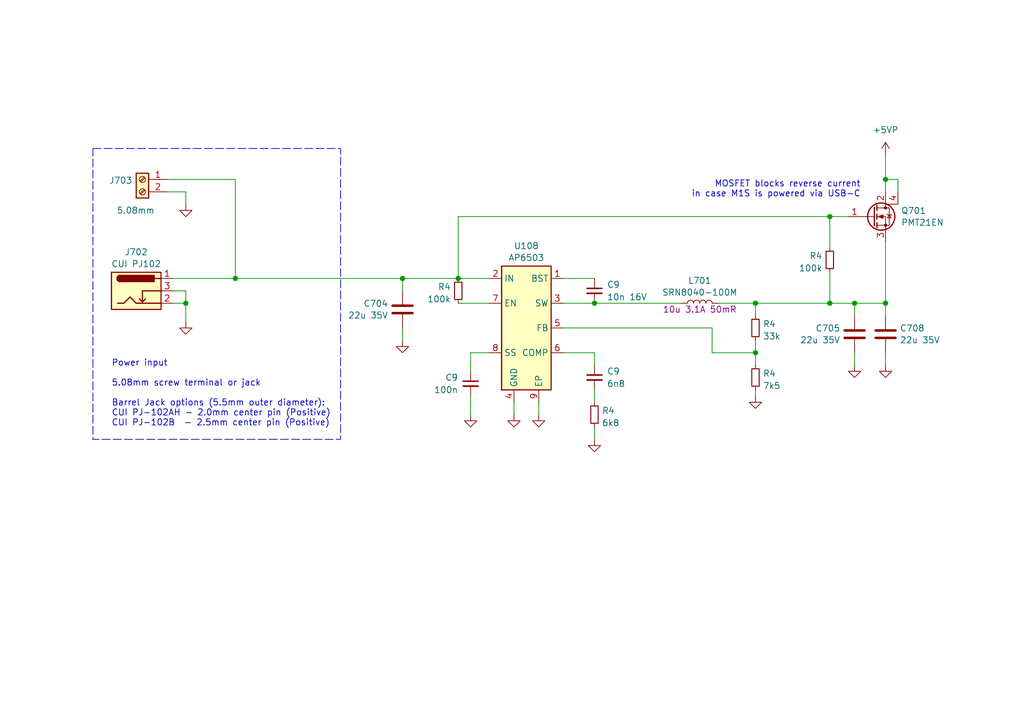
<source format=kicad_sch>
(kicad_sch (version 20230121) (generator eeschema)
  (paper "A5")
  (lib_symbols
    (symbol "Connector:Barrel_Jack_Switch" (pin_names hide)
      (property "Reference" "J" (at 0 5.334 0))
      (property "Value" "Barrel_Jack_Switch" (at 0 -5.08 0))
      (symbol "Barrel_Jack_Switch_0_1"
        (rectangle (start -5.08 3.81) (end 5.08 -3.81) (stroke (width 0.254)) (fill (type background)))
        (arc (start -3.302 3.175) (mid -3.9343 2.54) (end -3.302 1.905) (stroke (width 0.254)))
        (arc (start -3.302 3.175) (mid -3.9343 2.54) (end -3.302 1.905) (stroke (width 0.254)) (fill (type outline)))
        (polyline (pts (xy 1.27 -2.286) (xy 1.905 -1.651)) (stroke (width 0.254)))
        (polyline (pts (xy 5.08 2.54) (xy 3.81 2.54)) (stroke (width 0.254)))
        (polyline (pts (xy 5.08 0) (xy 1.27 0) (xy 1.27 -2.286) (xy 0.635 -1.651)) (stroke (width 0.254)))
        (polyline (pts (xy -3.81 -2.54) (xy -2.54 -2.54) (xy -1.27 -1.27) (xy 0 -2.54) (xy 2.54 -2.54) (xy 5.08 -2.54)) (stroke (width 0.254)))
        (rectangle (start 3.683 3.175) (end -3.302 1.905) (stroke (width 0.254)) (fill (type outline)))
      )
      (symbol "Barrel_Jack_Switch_1_1"
        (pin passive line (at 7.62 2.54 180) (length 2.54) (name "~") (number "1"))
        (pin passive line (at 7.62 -2.54 180) (length 2.54) (name "~") (number "2"))
        (pin passive line (at 7.62 0 180) (length 2.54) (name "~") (number "3"))
      )
    )
    (symbol "Connector:Screw_Terminal_01x02" (pin_names (offset 1.016) hide)
      (property "Reference" "J" (at 0 2.54 0))
      (property "Value" "Screw_Terminal_01x02" (at 0 -5.08 0))
      (symbol "Screw_Terminal_01x02_1_1"
        (rectangle (start -1.27 1.27) (end 1.27 -3.81) (stroke (width 0.254)) (fill (type background)))
        (circle (center 0 -2.54) (radius 0.635) (stroke (width 0.1524)))
        (polyline (pts (xy -0.5334 -2.2098) (xy 0.3302 -3.048)) (stroke (width 0.1524)))
        (polyline (pts (xy -0.5334 0.3302) (xy 0.3302 -0.508)) (stroke (width 0.1524)))
        (polyline (pts (xy -0.3556 -2.032) (xy 0.508 -2.8702)) (stroke (width 0.1524)))
        (polyline (pts (xy -0.3556 0.508) (xy 0.508 -0.3302)) (stroke (width 0.1524)))
        (circle (center 0 0) (radius 0.635) (stroke (width 0.1524)))
        (pin passive line (at -5.08 0 0) (length 3.81) (name "Pin_1") (number "1"))
        (pin passive line (at -5.08 -2.54 0) (length 3.81) (name "Pin_2") (number "2"))
      )
    )
    (symbol "Device:C" (pin_numbers hide) (pin_names (offset 0.254))
      (property "Reference" "C" (at 0.635 2.54 0))
      (property "Value" "C" (at 0.635 -2.54 0))
      (symbol "C_0_1"
        (polyline (pts (xy -2.032 -0.762) (xy 2.032 -0.762)) (stroke (width 0.508)))
        (polyline (pts (xy -2.032 0.762) (xy 2.032 0.762)) (stroke (width 0.508)))
      )
      (symbol "C_1_1"
        (pin passive line (at 0 3.81 270) (length 2.794) (name "~") (number "1"))
        (pin passive line (at 0 -3.81 90) (length 2.794) (name "~") (number "2"))
      )
    )
    (symbol "Device:C_Small" (pin_numbers hide) (pin_names (offset 0.254) hide)
      (property "Reference" "C" (at 0.254 1.778 0))
      (property "Value" "C_Small" (at 0.254 -2.032 0))
      (symbol "C_Small_0_1"
        (polyline (pts (xy -1.524 -0.508) (xy 1.524 -0.508)) (stroke (width 0.3302)))
        (polyline (pts (xy -1.524 0.508) (xy 1.524 0.508)) (stroke (width 0.3048)))
      )
      (symbol "C_Small_1_1"
        (pin passive line (at 0 2.54 270) (length 2.032) (name "~") (number "1"))
        (pin passive line (at 0 -2.54 90) (length 2.032) (name "~") (number "2"))
      )
    )
    (symbol "Device:L" (pin_numbers hide) (pin_names (offset 1.016) hide)
      (property "Reference" "L" (at -1.27 0 90))
      (property "Value" "L" (at 1.905 0 90))
      (symbol "L_0_1"
        (arc (start 0 -2.54) (mid 0.6323 -1.905) (end 0 -1.27))
        (arc (start 0 -1.27) (mid 0.6323 -0.635) (end 0 0))
        (arc (start 0 0) (mid 0.6323 0.635) (end 0 1.27))
        (arc (start 0 1.27) (mid 0.6323 1.905) (end 0 2.54))
      )
      (symbol "L_1_1"
        (pin passive line (at 0 3.81 270) (length 1.27) (name "1") (number "1"))
        (pin passive line (at 0 -3.81 90) (length 1.27) (name "2") (number "2"))
      )
    )
    (symbol "Device:Q_NMOS_GDSD" (pin_names (offset 0) hide)
      (property "Reference" "Q" (at 5.08 1.27 0))
      (property "Value" "Q_NMOS_GDSD" (at 5.08 -1.27 0))
      (symbol "Q_NMOS_GDSD_0_1"
        (polyline (pts (xy 0.254 0) (xy -2.54 0)))
        (polyline (pts (xy 0.254 1.905) (xy 0.254 -1.905)) (stroke (width 0.254)))
        (polyline (pts (xy 0.762 -1.27) (xy 0.762 -2.286)) (stroke (width 0.254)))
        (polyline (pts (xy 0.762 0.508) (xy 0.762 -0.508)) (stroke (width 0.254)))
        (polyline (pts (xy 0.762 2.286) (xy 0.762 1.27)) (stroke (width 0.254)))
        (polyline (pts (xy 2.54 -2.54) (xy 2.54 0) (xy 0.762 0)))
        (polyline (pts (xy 5.08 2.54) (xy 2.54 2.54) (xy 2.54 1.778)))
        (polyline (pts (xy 0.762 -1.778) (xy 3.302 -1.778) (xy 3.302 1.778) (xy 0.762 1.778)))
        (polyline (pts (xy 1.016 0) (xy 2.032 0.381) (xy 2.032 -0.381) (xy 1.016 0)) (fill (type outline)))
        (polyline (pts (xy 2.794 0.508) (xy 2.921 0.381) (xy 3.683 0.381) (xy 3.81 0.254)))
        (polyline (pts (xy 3.302 0.381) (xy 2.921 -0.254) (xy 3.683 -0.254) (xy 3.302 0.381)))
        (circle (center 1.651 0) (radius 2.794) (stroke (width 0.254)))
        (circle (center 2.54 -1.778) (radius 0.254) (fill (type outline)))
        (circle (center 2.54 1.778) (radius 0.254) (fill (type outline)))
      )
      (symbol "Q_NMOS_GDSD_1_1"
        (pin input line (at -5.08 0 0) (length 2.54) (name "G") (number "1"))
        (pin passive line (at 2.54 5.08 270) (length 2.54) (name "D") (number "2"))
        (pin passive line (at 2.54 -5.08 90) (length 2.54) (name "S") (number "3"))
        (pin passive line (at 5.08 5.08 270) (length 2.54) (name "D") (number "4"))
      )
    )
    (symbol "Device:R_Small" (pin_numbers hide) (pin_names (offset 0.254) hide)
      (property "Reference" "R" (at 0.762 0.508 0))
      (property "Value" "R_Small" (at 0.762 -1.016 0))
      (symbol "R_Small_0_1"
        (rectangle (start -0.762 1.778) (end 0.762 -1.778) (stroke (width 0.2032)))
      )
      (symbol "R_Small_1_1"
        (pin passive line (at 0 2.54 270) (length 0.762) (name "~") (number "1"))
        (pin passive line (at 0 -2.54 90) (length 0.762) (name "~") (number "2"))
      )
    )
    (symbol "Regulator_Switching:AP6503"
      (property "Reference" "U" (at -3.81 13.97 0))
      (property "Value" "AP6503" (at 2.54 13.97 0))
      (symbol "AP6503_0_1"
        (rectangle (start -5.08 12.7) (end 5.08 -12.7) (stroke (width 0.254)) (fill (type background)))
      )
      (symbol "AP6503_1_1"
        (pin output line (at 7.62 10.16 180) (length 2.54) (name "BST") (number "1"))
        (pin power_in line (at -7.62 10.16 0) (length 2.54) (name "IN") (number "2"))
        (pin power_out line (at 7.62 5.08 180) (length 2.54) (name "SW") (number "3"))
        (pin power_in line (at -2.54 -15.24 90) (length 2.54) (name "GND") (number "4"))
        (pin input line (at 7.62 0 180) (length 2.54) (name "FB") (number "5"))
        (pin output line (at 7.62 -5.08 180) (length 2.54) (name "COMP") (number "6"))
        (pin input line (at -7.62 5.08 0) (length 2.54) (name "EN") (number "7"))
        (pin tri_state line (at -7.62 -5.08 0) (length 2.54) (name "SS") (number "8"))
        (pin power_in line (at 2.54 -15.24 90) (length 2.54) (name "EP") (number "9"))
      )
    )
    (symbol "power:+5VP" (power) (pin_names (offset 0))
      (property "Value" "+5VP" (at 0 3.556 0))
      (symbol "+5VP_0_1"
        (polyline (pts (xy -0.762 1.27) (xy 0 2.54)))
        (polyline (pts (xy 0 0) (xy 0 2.54)))
        (polyline (pts (xy 0 2.54) (xy 0.762 1.27)))
      )
      (symbol "+5VP_1_1"
        (pin power_in line (at 0 0 90) (length 0) hide (name "+5VP") (number "1"))
      )
    )
    (symbol "power:GND" (power) (pin_names (offset 0))
      (property "Value" "GND" (at 0 -3.81 0))
      (symbol "GND_0_1"
        (polyline (pts (xy 0 0) (xy 0 -1.27) (xy 1.27 -1.27) (xy 0 -2.54) (xy -1.27 -1.27) (xy 0 -1.27)))
      )
      (symbol "GND_1_1"
        (pin power_in line (at 0 0 270) (length 0) hide (name "GND") (number "1"))
      )
    )
  )
  (junction (at 154.94 62.23))
  (junction (at 175.26 62.23))
  (junction (at 82.55 57.15))
  (junction (at 121.92 62.23))
  (junction (at 48.26 57.15))
  (junction (at 170.18 44.45))
  (junction (at 170.18 62.23))
  (junction (at 93.98 57.15))
  (junction (at 154.94 72.39))
  (junction (at 181.61 36.83))
  (junction (at 38.1 62.23))
  (junction (at 181.61 62.23))
  (wire (pts (xy 93.98 57.15) (xy 100.33 57.15)))
  (wire (pts (xy 48.26 36.83) (xy 48.26 57.15)))
  (wire (pts (xy 154.94 62.23) (xy 170.18 62.23)))
  (wire (pts (xy 175.26 62.23) (xy 170.18 62.23)))
  (wire (pts (xy 121.92 74.93) (xy 121.92 72.39)))
  (wire (pts (xy 170.18 44.45) (xy 170.18 50.8)))
  (wire (pts (xy 181.61 31.75) (xy 181.61 36.83)))
  (wire (pts (xy 96.52 81.28) (xy 96.52 85.09)))
  (wire (pts (xy 38.1 39.37) (xy 38.1 41.91)))
  (wire (pts (xy 35.56 59.69) (xy 38.1 59.69)))
  (wire (pts (xy 146.05 67.31) (xy 115.57 67.31)))
  (wire (pts (xy 82.55 67.31) (xy 82.55 69.85)))
  (wire (pts (xy 170.18 55.88) (xy 170.18 62.23)))
  (wire (pts (xy 38.1 62.23) (xy 38.1 66.04)))
  (wire (pts (xy 146.05 72.39) (xy 146.05 67.31)))
  (wire (pts (xy 121.92 87.63) (xy 121.92 90.17)))
  (wire (pts (xy 110.49 82.55) (xy 110.49 85.09)))
  (wire (pts (xy 82.55 57.15) (xy 93.98 57.15)))
  (wire (pts (xy 93.98 44.45) (xy 93.98 57.15)))
  (wire (pts (xy 96.52 72.39) (xy 100.33 72.39)))
  (wire (pts (xy 154.94 72.39) (xy 154.94 69.85)))
  (wire (pts (xy 154.94 74.93) (xy 154.94 72.39)))
  (wire (pts (xy 34.29 36.83) (xy 48.26 36.83)))
  (wire (pts (xy 121.92 62.23) (xy 139.7 62.23)))
  (wire (pts (xy 115.57 57.15) (xy 121.92 57.15)))
  (wire (pts (xy 154.94 80.01) (xy 154.94 81.28)))
  (wire (pts (xy 35.56 57.15) (xy 48.26 57.15)))
  (wire (pts (xy 121.92 72.39) (xy 115.57 72.39)))
  (wire (pts (xy 175.26 64.77) (xy 175.26 62.23)))
  (wire (pts (xy 35.56 62.23) (xy 38.1 62.23)))
  (wire (pts (xy 147.32 62.23) (xy 154.94 62.23)))
  (wire (pts (xy 34.29 39.37) (xy 38.1 39.37)))
  (wire (pts (xy 173.99 44.45) (xy 170.18 44.45)))
  (wire (pts (xy 181.61 72.39) (xy 181.61 74.93)))
  (wire (pts (xy 181.61 36.83) (xy 181.61 39.37)))
  (wire (pts (xy 38.1 59.69) (xy 38.1 62.23)))
  (wire (pts (xy 170.18 44.45) (xy 93.98 44.45)))
  (wire (pts (xy 115.57 62.23) (xy 121.92 62.23)))
  (wire (pts (xy 184.15 39.37) (xy 184.15 36.83)))
  (wire (pts (xy 105.41 82.55) (xy 105.41 85.09)))
  (wire (pts (xy 48.26 57.15) (xy 82.55 57.15)))
  (wire (pts (xy 181.61 49.53) (xy 181.61 62.23)))
  (wire (pts (xy 93.98 62.23) (xy 100.33 62.23)))
  (wire (pts (xy 175.26 72.39) (xy 175.26 74.93)))
  (wire (pts (xy 146.05 72.39) (xy 154.94 72.39)))
  (wire (pts (xy 96.52 76.2) (xy 96.52 72.39)))
  (wire (pts (xy 154.94 64.77) (xy 154.94 62.23)))
  (wire (pts (xy 175.26 62.23) (xy 181.61 62.23)))
  (wire (pts (xy 121.92 80.01) (xy 121.92 82.55)))
  (wire (pts (xy 82.55 59.69) (xy 82.55 57.15)))
  (wire (pts (xy 184.15 36.83) (xy 181.61 36.83)))
  (wire (pts (xy 181.61 64.77) (xy 181.61 62.23)))
  (rectangle (start 19.05 30.48) (end 69.85 90.17) (stroke (width 0) (type dash)))
  (text "MOSFET blocks reverse current\nin case M1S is powered via USB-C" (at 176.53 40.64 0) (effects (font (size 1.27 1.27)) (justify right bottom)))
  (text "Power input\n\n5.08mm screw terminal or jack\n\nBarrel Jack options (5.5mm outer diameter):\nCUI PJ-102AH - 2.0mm center pin (Positive)\nCUI PJ-102B  - 2.5mm center pin (Positive)" (at 22.86 87.63 0) (effects (font (size 1.27 1.27)) (justify left bottom)))
  (symbol (lib_id "Device:R_Small") (at 93.98 59.69 0) (mirror x) (unit 1)
    (property "Reference" "R4" (at 92.4814 58.8553 0) (effects (justify right)))
    (property "Value" "100k" (at 92.4814 61.3922 0) (effects (justify right)))
    (property "Footprint" "Resistor_SMD:R_0603_1608Metric" (effects hide))
    (property "LCSC" "C25803" (effects hide))
    (instances (project "that_fpga_thing" (path "" (reference "R4") (unit 1))) (project "m1s-fpga-playground" (path "" (reference "R104") (unit 1)) (path "" (reference "R706") (unit 1))))
  )
  (symbol (lib_id "Device:C") (at 82.55 63.5 0) (mirror y) (unit 1)
    (property "Reference" "C704" (at 79.629 62.2879 0) (effects (justify left)))
    (property "Value" "22u 35V" (at 79.629 64.7121 0) (effects (justify left)))
    (property "Footprint" "Capacitor_SMD:C_1206_3216Metric" (effects hide))
  )
  (symbol (lib_id "power:GND") (at 121.92 90.17 0) (unit 1)
    (property "Reference" "#PWR035" (effects hide))
    (property "Value" "GND" (effects hide))
    (instances (project "that_fpga_thing" (path "" (reference "#PWR035") (unit 1))) (project "m1s-fpga-playground" (path "" (reference "#PWR0142") (unit 1)) (path "" (reference "#PWR0708") (unit 1))))
  )
  (symbol (lib_id "Device:R_Small") (at 121.92 85.09 180) (unit 1)
    (property "Reference" "R4" (at 123.4186 84.2553 0) (effects (justify right)))
    (property "Value" "6k8" (at 123.4186 86.7922 0) (effects (justify right)))
    (property "Footprint" "Resistor_SMD:R_0603_1608Metric" (effects hide))
    (property "LCSC" "C23212" (effects hide))
    (instances (project "that_fpga_thing" (path "" (reference "R4") (unit 1))) (project "m1s-fpga-playground" (path "" (reference "R104") (unit 1)) (path "" (reference "R703") (unit 1))))
  )
  (symbol (lib_id "power:GND") (at 110.49 85.09 0) (unit 1)
    (property "Reference" "#PWR035" (effects hide))
    (property "Value" "GND" (effects hide))
    (instances (project "that_fpga_thing" (path "" (reference "#PWR035") (unit 1))) (project "m1s-fpga-playground" (path "" (reference "#PWR0142") (unit 1)) (path "" (reference "#PWR0707") (unit 1))))
  )
  (symbol (lib_id "Device:R_Small") (at 170.18 53.34 0) (mirror x) (unit 1)
    (property "Reference" "R4" (at 168.6814 52.5053 0) (effects (justify right)))
    (property "Value" "100k" (at 168.6814 55.0422 0) (effects (justify right)))
    (property "Footprint" "Resistor_SMD:R_0603_1608Metric" (effects hide))
    (property "LCSC" "C25803" (effects hide))
    (instances (project "that_fpga_thing" (path "" (reference "R4") (unit 1))) (project "m1s-fpga-playground" (path "" (reference "R104") (unit 1)) (path "" (reference "R701") (unit 1))))
  )
  (symbol (lib_id "power:GND") (at 38.1 66.04 0) (unit 1)
    (property "Reference" "#PWR035" (effects hide))
    (property "Value" "GND" (effects hide))
    (instances (project "that_fpga_thing" (path "" (reference "#PWR035") (unit 1))) (project "m1s-fpga-playground" (path "" (reference "#PWR0142") (unit 1)) (path "" (reference "#PWR0703") (unit 1))))
  )
  (symbol (lib_id "power:GND") (at 38.1 41.91 0) (unit 1)
    (property "Reference" "#PWR035" (effects hide))
    (property "Value" "GND" (effects hide))
    (instances (project "that_fpga_thing" (path "" (reference "#PWR035") (unit 1))) (project "m1s-fpga-playground" (path "" (reference "#PWR0142") (unit 1)) (path "" (reference "#PWR0705") (unit 1))))
  )
  (symbol (lib_id "power:GND") (at 154.94 81.28 0) (unit 1)
    (property "Reference" "#PWR035" (effects hide))
    (property "Value" "GND" (effects hide))
    (instances (project "that_fpga_thing" (path "" (reference "#PWR035") (unit 1))) (project "m1s-fpga-playground" (path "" (reference "#PWR0142") (unit 1)) (path "" (reference "#PWR0710") (unit 1))))
  )
  (symbol (lib_id "Device:L") (at 143.51 62.23 90) (unit 1)
    (property "Reference" "L701" (at 143.51 57.5804 90))
    (property "Value" "SRN8040-100M" (at 143.51 60.0046 90))
    (property "Footprint" "Inductor_SMD:L_Bourns-SRN8040_8x8.15mm" (effects hide))
    (property "Description" "10u 3.1A 50mR" (at 143.51 63.5 90))
  )
  (symbol (lib_id "Device:C_Small") (at 121.92 77.47 0) (unit 1)
    (property "Reference" "C9" (at 124.46 76.2 0) (effects (justify left)))
    (property "Value" "6n8" (at 124.46 78.74 0) (effects (justify left)))
    (property "Footprint" "Capacitor_SMD:C_0603_1608Metric" (effects hide))
    (instances (project "that_fpga_thing" (path "" (reference "C9") (unit 1))) (project "m1s-fpga-playground" (path "" (reference "C108") (unit 1)) (path "" (reference "C706") (unit 1))))
  )
  (symbol (lib_id "power:GND") (at 96.52 85.09 0) (unit 1)
    (property "Reference" "#PWR035" (effects hide))
    (property "Value" "GND" (effects hide))
    (instances (project "that_fpga_thing" (path "" (reference "#PWR035") (unit 1))) (project "m1s-fpga-playground" (path "" (reference "#PWR0142") (unit 1)) (path "" (reference "#PWR0704") (unit 1))))
  )
  (symbol (lib_id "Device:Q_NMOS_GDSD") (at 179.07 44.45 0) (unit 1)
    (property "Reference" "Q701" (at 184.785 43.2379 0) (effects (justify left)))
    (property "Value" "PMT21EN" (at 184.785 45.6621 0) (effects (justify left)))
    (property "Footprint" "Package_TO_SOT_SMD:SOT-223" (effects hide))
    (property "Datasheet" "https://www.mouser.pl/datasheet/2/916/PMT21EN-3083611.pdf" (effects hide))
  )
  (symbol (lib_id "Regulator_Switching:AP6503") (at 107.95 67.31 0) (unit 1)
    (property "Reference" "U108" (at 107.95 50.4657 0))
    (property "Value" "AP6503" (at 107.95 52.8899 0))
    (property "Footprint" "Package_SO:SOIC-8-1EP_3.9x4.9mm_P1.27mm_EP2.62x3.51mm" (effects hide))
    (property "Datasheet" "https://www.diodes.com/assets/Datasheets/AP6503.pdf" (effects hide))
    (instances (project "m1s-fpga-playground" (path "" (reference "U108") (unit 1)) (path "" (reference "U701") (unit 1))))
  )
  (symbol (lib_id "power:GND") (at 105.41 85.09 0) (unit 1)
    (property "Reference" "#PWR035" (effects hide))
    (property "Value" "GND" (effects hide))
    (instances (project "that_fpga_thing" (path "" (reference "#PWR035") (unit 1))) (project "m1s-fpga-playground" (path "" (reference "#PWR0142") (unit 1)) (path "" (reference "#PWR0706") (unit 1))))
  )
  (symbol (lib_id "power:GND") (at 181.61 74.93 0) (unit 1)
    (property "Reference" "#PWR035" (effects hide))
    (property "Value" "GND" (effects hide))
    (instances (project "that_fpga_thing" (path "" (reference "#PWR035") (unit 1))) (project "m1s-fpga-playground" (path "" (reference "#PWR0142") (unit 1)) (path "" (reference "#PWR0709") (unit 1))))
  )
  (symbol (lib_id "power:GND") (at 175.26 74.93 0) (mirror y) (unit 1)
    (property "Reference" "#PWR035" (effects hide))
    (property "Value" "GND" (effects hide))
    (instances (project "that_fpga_thing" (path "" (reference "#PWR035") (unit 1))) (project "m1s-fpga-playground" (path "" (reference "#PWR0142") (unit 1)) (path "" (reference "#PWR0702") (unit 1))))
  )
  (symbol (lib_id "Device:R_Small") (at 154.94 77.47 180) (unit 1)
    (property "Reference" "R4" (at 156.4386 76.6353 0) (effects (justify right)))
    (property "Value" "7k5" (at 156.4386 79.1722 0) (effects (justify right)))
    (property "Footprint" "Resistor_SMD:R_0603_1608Metric" (effects hide))
    (property "LCSC" "C23234" (effects hide))
    (instances (project "that_fpga_thing" (path "" (reference "R4") (unit 1))) (project "m1s-fpga-playground" (path "" (reference "R104") (unit 1)) (path "" (reference "R705") (unit 1))))
  )
  (symbol (lib_id "Device:C_Small") (at 96.52 78.74 0) (mirror y) (unit 1)
    (property "Reference" "C9" (at 93.98 77.47 0) (effects (justify left)))
    (property "Value" "100n" (at 93.98 80.01 0) (effects (justify left)))
    (property "Footprint" "Capacitor_SMD:C_0603_1608Metric" (effects hide))
    (property "LCSC" "C14663" (effects hide))
    (instances (project "that_fpga_thing" (path "" (reference "C9") (unit 1))) (project "m1s-fpga-playground" (path "" (reference "C108") (unit 1)) (path "" (reference "C707") (unit 1))))
  )
  (symbol (lib_id "Device:C") (at 175.26 68.58 0) (mirror y) (unit 1)
    (property "Reference" "C705" (at 172.339 67.3679 0) (effects (justify left)))
    (property "Value" "22u 35V" (at 172.339 69.7921 0) (effects (justify left)))
    (property "Footprint" "Capacitor_SMD:C_1206_3216Metric" (effects hide))
  )
  (symbol (lib_id "power:GND") (at 82.55 69.85 0) (mirror y) (unit 1)
    (property "Reference" "#PWR035" (effects hide))
    (property "Value" "GND" (effects hide))
    (instances (project "that_fpga_thing" (path "" (reference "#PWR035") (unit 1))) (project "m1s-fpga-playground" (path "" (reference "#PWR0142") (unit 1)) (path "" (reference "#PWR0701") (unit 1))))
  )
  (symbol (lib_id "Device:C_Small") (at 121.92 59.69 0) (unit 1)
    (property "Reference" "C9" (at 124.46 58.42 0) (effects (justify left)))
    (property "Value" "10n 16V" (at 124.46 60.96 0) (effects (justify left)))
    (property "Footprint" "Capacitor_SMD:C_0603_1608Metric" (effects hide))
    (property "LCSC" "C57112" (effects hide))
    (instances (project "that_fpga_thing" (path "" (reference "C9") (unit 1))) (project "m1s-fpga-playground" (path "" (reference "C108") (unit 1)) (path "" (reference "C702") (unit 1))))
  )
  (symbol (lib_id "Device:C") (at 181.61 68.58 0) (unit 1)
    (property "Reference" "C708" (at 184.531 67.3679 0) (effects (justify left)))
    (property "Value" "22u 35V" (at 184.531 69.7921 0) (effects (justify left)))
    (property "Footprint" "Capacitor_SMD:C_1206_3216Metric" (effects hide))
  )
  (symbol (lib_id "Device:R_Small") (at 154.94 67.31 180) (unit 1)
    (property "Reference" "R4" (at 156.4386 66.4753 0) (effects (justify right)))
    (property "Value" "33k" (at 156.4386 69.0122 0) (effects (justify right)))
    (property "Footprint" "Resistor_SMD:R_0603_1608Metric" (effects hide))
    (property "LCSC" "C4216" (effects hide))
    (instances (project "that_fpga_thing" (path "" (reference "R4") (unit 1))) (project "m1s-fpga-playground" (path "" (reference "R104") (unit 1)) (path "" (reference "R704") (unit 1))))
  )
  (symbol (lib_id "Connector:Screw_Terminal_01x02") (at 29.21 36.83 0) (mirror y) (unit 1)
    (property "Reference" "J703" (at 27.178 37.0332 0) (effects (justify left)))
    (property "Value" "5.08mm" (at 31.75 43.18 0) (effects (justify left)))
    (property "Footprint" "TerminalBlock_Phoenix:TerminalBlock_Phoenix_MKDS-3-2-5.08_1x02_P5.08mm_Horizontal" (effects hide))
    (instances (project "m1s-fpga-playground" (path "" (reference "J703") (unit 1))) (project "PiStackMon_lite" (path "" (reference "J3") (unit 1))))
  )
  (symbol (lib_id "Connector:Barrel_Jack_Switch") (at 27.94 59.69 0) (unit 1)
    (property "Reference" "J702" (at 27.94 51.7357 0))
    (property "Value" "CUI PJ102" (at 27.94 54.1599 0))
    (property "Footprint" "Connector_BarrelJack:BarrelJack_CUI_PJ-102AH_Horizontal" (effects hide))
  )
  (symbol (lib_id "power:+5VP") (at 181.61 31.75 0) (unit 1)
    (property "Reference" "#PWR0112" (effects hide))
    (property "Value" "+5VP" (at 181.61 26.67 0))
    (instances (project "m1s-fpga-playground" (path "" (reference "#PWR0112") (unit 1)) (path "" (reference "#PWR0711") (unit 1))))
  )
)
</source>
